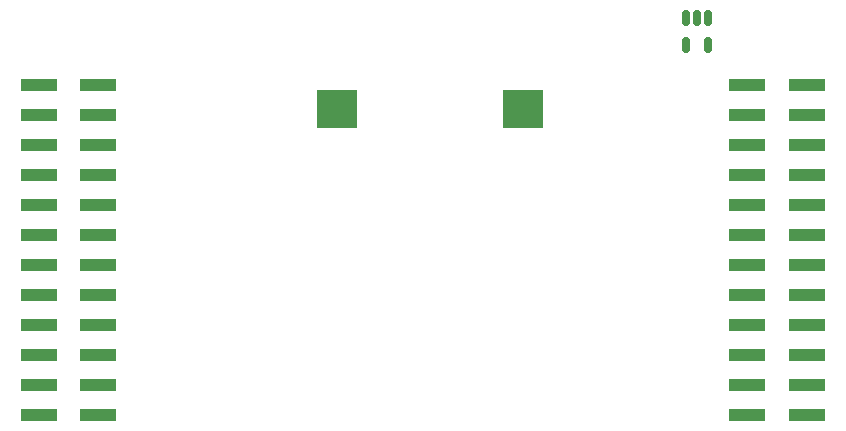
<source format=gbr>
%TF.GenerationSoftware,KiCad,Pcbnew,6.0.1*%
%TF.CreationDate,2022-02-10T21:42:05-06:00*%
%TF.ProjectId,FCB,4643422e-6b69-4636-9164-5f7063625858,rev?*%
%TF.SameCoordinates,Original*%
%TF.FileFunction,Paste,Bot*%
%TF.FilePolarity,Positive*%
%FSLAX46Y46*%
G04 Gerber Fmt 4.6, Leading zero omitted, Abs format (unit mm)*
G04 Created by KiCad (PCBNEW 6.0.1) date 2022-02-10 21:42:05*
%MOMM*%
%LPD*%
G01*
G04 APERTURE LIST*
G04 Aperture macros list*
%AMRoundRect*
0 Rectangle with rounded corners*
0 $1 Rounding radius*
0 $2 $3 $4 $5 $6 $7 $8 $9 X,Y pos of 4 corners*
0 Add a 4 corners polygon primitive as box body*
4,1,4,$2,$3,$4,$5,$6,$7,$8,$9,$2,$3,0*
0 Add four circle primitives for the rounded corners*
1,1,$1+$1,$2,$3*
1,1,$1+$1,$4,$5*
1,1,$1+$1,$6,$7*
1,1,$1+$1,$8,$9*
0 Add four rect primitives between the rounded corners*
20,1,$1+$1,$2,$3,$4,$5,0*
20,1,$1+$1,$4,$5,$6,$7,0*
20,1,$1+$1,$6,$7,$8,$9,0*
20,1,$1+$1,$8,$9,$2,$3,0*%
G04 Aperture macros list end*
%ADD10R,3.150000X1.000000*%
%ADD11R,3.500000X3.300000*%
%ADD12RoundRect,0.150000X-0.150000X0.512500X-0.150000X-0.512500X0.150000X-0.512500X0.150000X0.512500X0*%
G04 APERTURE END LIST*
D10*
%TO.C,J2*%
X27475000Y-6970000D03*
X32525000Y-6970000D03*
X27475000Y-4430000D03*
X32525000Y-4430000D03*
X27475000Y-1890000D03*
X32525000Y-1890000D03*
X27475000Y650000D03*
X32525000Y650000D03*
X27475000Y3190000D03*
X32525000Y3190000D03*
X27475000Y5730000D03*
X32525000Y5730000D03*
X27475000Y8270000D03*
X32525000Y8270000D03*
X27475000Y10810000D03*
X32525000Y10810000D03*
X27475000Y13350000D03*
X32525000Y13350000D03*
X27475000Y15890000D03*
X32525000Y15890000D03*
X27475000Y18430000D03*
X32525000Y18430000D03*
X27475000Y20970000D03*
X32525000Y20970000D03*
%TD*%
%TO.C,J4*%
X-27475000Y20970000D03*
X-32525000Y20970000D03*
X-27475000Y18430000D03*
X-32525000Y18430000D03*
X-27475000Y15890000D03*
X-32525000Y15890000D03*
X-27475000Y13350000D03*
X-32525000Y13350000D03*
X-27475000Y10810000D03*
X-32525000Y10810000D03*
X-27475000Y8270000D03*
X-32525000Y8270000D03*
X-27475000Y5730000D03*
X-32525000Y5730000D03*
X-27475000Y3190000D03*
X-32525000Y3190000D03*
X-27475000Y650000D03*
X-32525000Y650000D03*
X-27475000Y-1890000D03*
X-32525000Y-1890000D03*
X-27475000Y-4430000D03*
X-32525000Y-4430000D03*
X-27475000Y-6970000D03*
X-32525000Y-6970000D03*
%TD*%
D11*
%TO.C,BT1*%
X8500000Y18895000D03*
X-7300000Y18895000D03*
%TD*%
D12*
%TO.C,U3*%
X22250000Y26637500D03*
X23200000Y26637500D03*
X24150000Y26637500D03*
X24150000Y24362500D03*
X22250000Y24362500D03*
%TD*%
M02*

</source>
